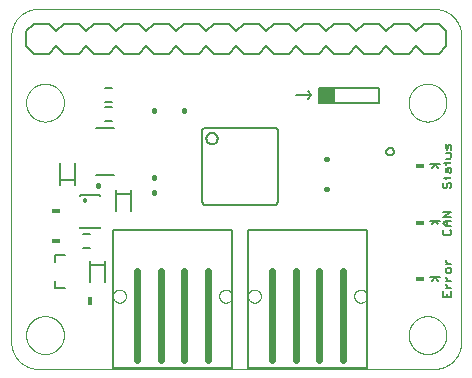
<source format=gto>
G75*
%MOIN*%
%OFA0B0*%
%FSLAX25Y25*%
%IPPOS*%
%LPD*%
%AMOC8*
5,1,8,0,0,1.08239X$1,22.5*
%
%ADD10C,0.00000*%
%ADD11C,0.00500*%
%ADD12C,0.01600*%
%ADD13C,0.00600*%
%ADD14C,0.00800*%
%ADD15R,0.02800X0.01600*%
%ADD16C,0.01200*%
%ADD17R,0.01600X0.02800*%
%ADD18C,0.02400*%
D10*
X0014550Y0005550D02*
X0146550Y0005550D01*
X0146767Y0005553D01*
X0146985Y0005561D01*
X0147202Y0005574D01*
X0147419Y0005592D01*
X0147635Y0005616D01*
X0147850Y0005644D01*
X0148065Y0005678D01*
X0148279Y0005718D01*
X0148492Y0005762D01*
X0148704Y0005812D01*
X0148914Y0005866D01*
X0149124Y0005926D01*
X0149331Y0005990D01*
X0149537Y0006060D01*
X0149741Y0006135D01*
X0149944Y0006214D01*
X0150144Y0006299D01*
X0150343Y0006388D01*
X0150539Y0006482D01*
X0150733Y0006581D01*
X0150924Y0006684D01*
X0151113Y0006792D01*
X0151299Y0006905D01*
X0151482Y0007022D01*
X0151663Y0007143D01*
X0151840Y0007269D01*
X0152014Y0007399D01*
X0152186Y0007533D01*
X0152354Y0007671D01*
X0152518Y0007813D01*
X0152679Y0007960D01*
X0152837Y0008110D01*
X0152990Y0008263D01*
X0153140Y0008421D01*
X0153287Y0008582D01*
X0153429Y0008746D01*
X0153567Y0008914D01*
X0153701Y0009086D01*
X0153831Y0009260D01*
X0153957Y0009437D01*
X0154078Y0009618D01*
X0154195Y0009801D01*
X0154308Y0009987D01*
X0154416Y0010176D01*
X0154519Y0010367D01*
X0154618Y0010561D01*
X0154712Y0010757D01*
X0154801Y0010956D01*
X0154886Y0011156D01*
X0154965Y0011359D01*
X0155040Y0011563D01*
X0155110Y0011769D01*
X0155174Y0011976D01*
X0155234Y0012186D01*
X0155288Y0012396D01*
X0155338Y0012608D01*
X0155382Y0012821D01*
X0155422Y0013035D01*
X0155456Y0013250D01*
X0155484Y0013465D01*
X0155508Y0013681D01*
X0155526Y0013898D01*
X0155539Y0014115D01*
X0155547Y0014333D01*
X0155550Y0014550D01*
X0155550Y0116550D01*
X0155547Y0116767D01*
X0155539Y0116985D01*
X0155526Y0117202D01*
X0155508Y0117419D01*
X0155484Y0117635D01*
X0155456Y0117850D01*
X0155422Y0118065D01*
X0155382Y0118279D01*
X0155338Y0118492D01*
X0155288Y0118704D01*
X0155234Y0118914D01*
X0155174Y0119124D01*
X0155110Y0119331D01*
X0155040Y0119537D01*
X0154965Y0119741D01*
X0154886Y0119944D01*
X0154801Y0120144D01*
X0154712Y0120343D01*
X0154618Y0120539D01*
X0154519Y0120733D01*
X0154416Y0120924D01*
X0154308Y0121113D01*
X0154195Y0121299D01*
X0154078Y0121482D01*
X0153957Y0121663D01*
X0153831Y0121840D01*
X0153701Y0122014D01*
X0153567Y0122186D01*
X0153429Y0122354D01*
X0153287Y0122518D01*
X0153140Y0122679D01*
X0152990Y0122837D01*
X0152837Y0122990D01*
X0152679Y0123140D01*
X0152518Y0123287D01*
X0152354Y0123429D01*
X0152186Y0123567D01*
X0152014Y0123701D01*
X0151840Y0123831D01*
X0151663Y0123957D01*
X0151482Y0124078D01*
X0151299Y0124195D01*
X0151113Y0124308D01*
X0150924Y0124416D01*
X0150733Y0124519D01*
X0150539Y0124618D01*
X0150343Y0124712D01*
X0150144Y0124801D01*
X0149944Y0124886D01*
X0149741Y0124965D01*
X0149537Y0125040D01*
X0149331Y0125110D01*
X0149124Y0125174D01*
X0148914Y0125234D01*
X0148704Y0125288D01*
X0148492Y0125338D01*
X0148279Y0125382D01*
X0148065Y0125422D01*
X0147850Y0125456D01*
X0147635Y0125484D01*
X0147419Y0125508D01*
X0147202Y0125526D01*
X0146985Y0125539D01*
X0146767Y0125547D01*
X0146550Y0125550D01*
X0014550Y0125550D01*
X0014333Y0125547D01*
X0014115Y0125539D01*
X0013898Y0125526D01*
X0013681Y0125508D01*
X0013465Y0125484D01*
X0013250Y0125456D01*
X0013035Y0125422D01*
X0012821Y0125382D01*
X0012608Y0125338D01*
X0012396Y0125288D01*
X0012186Y0125234D01*
X0011976Y0125174D01*
X0011769Y0125110D01*
X0011563Y0125040D01*
X0011359Y0124965D01*
X0011156Y0124886D01*
X0010956Y0124801D01*
X0010757Y0124712D01*
X0010561Y0124618D01*
X0010367Y0124519D01*
X0010176Y0124416D01*
X0009987Y0124308D01*
X0009801Y0124195D01*
X0009618Y0124078D01*
X0009437Y0123957D01*
X0009260Y0123831D01*
X0009086Y0123701D01*
X0008914Y0123567D01*
X0008746Y0123429D01*
X0008582Y0123287D01*
X0008421Y0123140D01*
X0008263Y0122990D01*
X0008110Y0122837D01*
X0007960Y0122679D01*
X0007813Y0122518D01*
X0007671Y0122354D01*
X0007533Y0122186D01*
X0007399Y0122014D01*
X0007269Y0121840D01*
X0007143Y0121663D01*
X0007022Y0121482D01*
X0006905Y0121299D01*
X0006792Y0121113D01*
X0006684Y0120924D01*
X0006581Y0120733D01*
X0006482Y0120539D01*
X0006388Y0120343D01*
X0006299Y0120144D01*
X0006214Y0119944D01*
X0006135Y0119741D01*
X0006060Y0119537D01*
X0005990Y0119331D01*
X0005926Y0119124D01*
X0005866Y0118914D01*
X0005812Y0118704D01*
X0005762Y0118492D01*
X0005718Y0118279D01*
X0005678Y0118065D01*
X0005644Y0117850D01*
X0005616Y0117635D01*
X0005592Y0117419D01*
X0005574Y0117202D01*
X0005561Y0116985D01*
X0005553Y0116767D01*
X0005550Y0116550D01*
X0005550Y0014550D01*
X0005553Y0014333D01*
X0005561Y0014115D01*
X0005574Y0013898D01*
X0005592Y0013681D01*
X0005616Y0013465D01*
X0005644Y0013250D01*
X0005678Y0013035D01*
X0005718Y0012821D01*
X0005762Y0012608D01*
X0005812Y0012396D01*
X0005866Y0012186D01*
X0005926Y0011976D01*
X0005990Y0011769D01*
X0006060Y0011563D01*
X0006135Y0011359D01*
X0006214Y0011156D01*
X0006299Y0010956D01*
X0006388Y0010757D01*
X0006482Y0010561D01*
X0006581Y0010367D01*
X0006684Y0010176D01*
X0006792Y0009987D01*
X0006905Y0009801D01*
X0007022Y0009618D01*
X0007143Y0009437D01*
X0007269Y0009260D01*
X0007399Y0009086D01*
X0007533Y0008914D01*
X0007671Y0008746D01*
X0007813Y0008582D01*
X0007960Y0008421D01*
X0008110Y0008263D01*
X0008263Y0008110D01*
X0008421Y0007960D01*
X0008582Y0007813D01*
X0008746Y0007671D01*
X0008914Y0007533D01*
X0009086Y0007399D01*
X0009260Y0007269D01*
X0009437Y0007143D01*
X0009618Y0007022D01*
X0009801Y0006905D01*
X0009987Y0006792D01*
X0010176Y0006684D01*
X0010367Y0006581D01*
X0010561Y0006482D01*
X0010757Y0006388D01*
X0010956Y0006299D01*
X0011156Y0006214D01*
X0011359Y0006135D01*
X0011563Y0006060D01*
X0011769Y0005990D01*
X0011976Y0005926D01*
X0012186Y0005866D01*
X0012396Y0005812D01*
X0012608Y0005762D01*
X0012821Y0005718D01*
X0013035Y0005678D01*
X0013250Y0005644D01*
X0013465Y0005616D01*
X0013681Y0005592D01*
X0013898Y0005574D01*
X0014115Y0005561D01*
X0014333Y0005553D01*
X0014550Y0005550D01*
X0010501Y0016800D02*
X0010503Y0016958D01*
X0010509Y0017116D01*
X0010519Y0017274D01*
X0010533Y0017432D01*
X0010551Y0017589D01*
X0010572Y0017746D01*
X0010598Y0017902D01*
X0010628Y0018058D01*
X0010661Y0018213D01*
X0010699Y0018366D01*
X0010740Y0018519D01*
X0010785Y0018671D01*
X0010834Y0018822D01*
X0010887Y0018971D01*
X0010943Y0019119D01*
X0011003Y0019265D01*
X0011067Y0019410D01*
X0011135Y0019553D01*
X0011206Y0019695D01*
X0011280Y0019835D01*
X0011358Y0019972D01*
X0011440Y0020108D01*
X0011524Y0020242D01*
X0011613Y0020373D01*
X0011704Y0020502D01*
X0011799Y0020629D01*
X0011896Y0020754D01*
X0011997Y0020876D01*
X0012101Y0020995D01*
X0012208Y0021112D01*
X0012318Y0021226D01*
X0012431Y0021337D01*
X0012546Y0021446D01*
X0012664Y0021551D01*
X0012785Y0021653D01*
X0012908Y0021753D01*
X0013034Y0021849D01*
X0013162Y0021942D01*
X0013292Y0022032D01*
X0013425Y0022118D01*
X0013560Y0022202D01*
X0013696Y0022281D01*
X0013835Y0022358D01*
X0013976Y0022430D01*
X0014118Y0022500D01*
X0014262Y0022565D01*
X0014408Y0022627D01*
X0014555Y0022685D01*
X0014704Y0022740D01*
X0014854Y0022791D01*
X0015005Y0022838D01*
X0015157Y0022881D01*
X0015310Y0022920D01*
X0015465Y0022956D01*
X0015620Y0022987D01*
X0015776Y0023015D01*
X0015932Y0023039D01*
X0016089Y0023059D01*
X0016247Y0023075D01*
X0016404Y0023087D01*
X0016563Y0023095D01*
X0016721Y0023099D01*
X0016879Y0023099D01*
X0017037Y0023095D01*
X0017196Y0023087D01*
X0017353Y0023075D01*
X0017511Y0023059D01*
X0017668Y0023039D01*
X0017824Y0023015D01*
X0017980Y0022987D01*
X0018135Y0022956D01*
X0018290Y0022920D01*
X0018443Y0022881D01*
X0018595Y0022838D01*
X0018746Y0022791D01*
X0018896Y0022740D01*
X0019045Y0022685D01*
X0019192Y0022627D01*
X0019338Y0022565D01*
X0019482Y0022500D01*
X0019624Y0022430D01*
X0019765Y0022358D01*
X0019904Y0022281D01*
X0020040Y0022202D01*
X0020175Y0022118D01*
X0020308Y0022032D01*
X0020438Y0021942D01*
X0020566Y0021849D01*
X0020692Y0021753D01*
X0020815Y0021653D01*
X0020936Y0021551D01*
X0021054Y0021446D01*
X0021169Y0021337D01*
X0021282Y0021226D01*
X0021392Y0021112D01*
X0021499Y0020995D01*
X0021603Y0020876D01*
X0021704Y0020754D01*
X0021801Y0020629D01*
X0021896Y0020502D01*
X0021987Y0020373D01*
X0022076Y0020242D01*
X0022160Y0020108D01*
X0022242Y0019972D01*
X0022320Y0019835D01*
X0022394Y0019695D01*
X0022465Y0019553D01*
X0022533Y0019410D01*
X0022597Y0019265D01*
X0022657Y0019119D01*
X0022713Y0018971D01*
X0022766Y0018822D01*
X0022815Y0018671D01*
X0022860Y0018519D01*
X0022901Y0018366D01*
X0022939Y0018213D01*
X0022972Y0018058D01*
X0023002Y0017902D01*
X0023028Y0017746D01*
X0023049Y0017589D01*
X0023067Y0017432D01*
X0023081Y0017274D01*
X0023091Y0017116D01*
X0023097Y0016958D01*
X0023099Y0016800D01*
X0023097Y0016642D01*
X0023091Y0016484D01*
X0023081Y0016326D01*
X0023067Y0016168D01*
X0023049Y0016011D01*
X0023028Y0015854D01*
X0023002Y0015698D01*
X0022972Y0015542D01*
X0022939Y0015387D01*
X0022901Y0015234D01*
X0022860Y0015081D01*
X0022815Y0014929D01*
X0022766Y0014778D01*
X0022713Y0014629D01*
X0022657Y0014481D01*
X0022597Y0014335D01*
X0022533Y0014190D01*
X0022465Y0014047D01*
X0022394Y0013905D01*
X0022320Y0013765D01*
X0022242Y0013628D01*
X0022160Y0013492D01*
X0022076Y0013358D01*
X0021987Y0013227D01*
X0021896Y0013098D01*
X0021801Y0012971D01*
X0021704Y0012846D01*
X0021603Y0012724D01*
X0021499Y0012605D01*
X0021392Y0012488D01*
X0021282Y0012374D01*
X0021169Y0012263D01*
X0021054Y0012154D01*
X0020936Y0012049D01*
X0020815Y0011947D01*
X0020692Y0011847D01*
X0020566Y0011751D01*
X0020438Y0011658D01*
X0020308Y0011568D01*
X0020175Y0011482D01*
X0020040Y0011398D01*
X0019904Y0011319D01*
X0019765Y0011242D01*
X0019624Y0011170D01*
X0019482Y0011100D01*
X0019338Y0011035D01*
X0019192Y0010973D01*
X0019045Y0010915D01*
X0018896Y0010860D01*
X0018746Y0010809D01*
X0018595Y0010762D01*
X0018443Y0010719D01*
X0018290Y0010680D01*
X0018135Y0010644D01*
X0017980Y0010613D01*
X0017824Y0010585D01*
X0017668Y0010561D01*
X0017511Y0010541D01*
X0017353Y0010525D01*
X0017196Y0010513D01*
X0017037Y0010505D01*
X0016879Y0010501D01*
X0016721Y0010501D01*
X0016563Y0010505D01*
X0016404Y0010513D01*
X0016247Y0010525D01*
X0016089Y0010541D01*
X0015932Y0010561D01*
X0015776Y0010585D01*
X0015620Y0010613D01*
X0015465Y0010644D01*
X0015310Y0010680D01*
X0015157Y0010719D01*
X0015005Y0010762D01*
X0014854Y0010809D01*
X0014704Y0010860D01*
X0014555Y0010915D01*
X0014408Y0010973D01*
X0014262Y0011035D01*
X0014118Y0011100D01*
X0013976Y0011170D01*
X0013835Y0011242D01*
X0013696Y0011319D01*
X0013560Y0011398D01*
X0013425Y0011482D01*
X0013292Y0011568D01*
X0013162Y0011658D01*
X0013034Y0011751D01*
X0012908Y0011847D01*
X0012785Y0011947D01*
X0012664Y0012049D01*
X0012546Y0012154D01*
X0012431Y0012263D01*
X0012318Y0012374D01*
X0012208Y0012488D01*
X0012101Y0012605D01*
X0011997Y0012724D01*
X0011896Y0012846D01*
X0011799Y0012971D01*
X0011704Y0013098D01*
X0011613Y0013227D01*
X0011524Y0013358D01*
X0011440Y0013492D01*
X0011358Y0013628D01*
X0011280Y0013765D01*
X0011206Y0013905D01*
X0011135Y0014047D01*
X0011067Y0014190D01*
X0011003Y0014335D01*
X0010943Y0014481D01*
X0010887Y0014629D01*
X0010834Y0014778D01*
X0010785Y0014929D01*
X0010740Y0015081D01*
X0010699Y0015234D01*
X0010661Y0015387D01*
X0010628Y0015542D01*
X0010598Y0015698D01*
X0010572Y0015854D01*
X0010551Y0016011D01*
X0010533Y0016168D01*
X0010519Y0016326D01*
X0010509Y0016484D01*
X0010503Y0016642D01*
X0010501Y0016800D01*
X0039418Y0029782D02*
X0039420Y0029875D01*
X0039426Y0029967D01*
X0039436Y0030059D01*
X0039450Y0030150D01*
X0039467Y0030241D01*
X0039489Y0030331D01*
X0039514Y0030420D01*
X0039543Y0030508D01*
X0039576Y0030594D01*
X0039613Y0030679D01*
X0039653Y0030763D01*
X0039697Y0030844D01*
X0039744Y0030924D01*
X0039794Y0031002D01*
X0039848Y0031077D01*
X0039905Y0031150D01*
X0039965Y0031220D01*
X0040028Y0031288D01*
X0040094Y0031353D01*
X0040162Y0031415D01*
X0040233Y0031475D01*
X0040307Y0031531D01*
X0040383Y0031584D01*
X0040461Y0031633D01*
X0040541Y0031680D01*
X0040623Y0031722D01*
X0040707Y0031762D01*
X0040792Y0031797D01*
X0040879Y0031829D01*
X0040967Y0031858D01*
X0041056Y0031882D01*
X0041146Y0031903D01*
X0041237Y0031919D01*
X0041329Y0031932D01*
X0041421Y0031941D01*
X0041514Y0031946D01*
X0041606Y0031947D01*
X0041699Y0031944D01*
X0041791Y0031937D01*
X0041883Y0031926D01*
X0041974Y0031911D01*
X0042065Y0031893D01*
X0042155Y0031870D01*
X0042243Y0031844D01*
X0042331Y0031814D01*
X0042417Y0031780D01*
X0042501Y0031743D01*
X0042584Y0031701D01*
X0042665Y0031657D01*
X0042745Y0031609D01*
X0042822Y0031558D01*
X0042896Y0031503D01*
X0042969Y0031445D01*
X0043039Y0031385D01*
X0043106Y0031321D01*
X0043170Y0031255D01*
X0043232Y0031185D01*
X0043290Y0031114D01*
X0043345Y0031040D01*
X0043397Y0030963D01*
X0043446Y0030884D01*
X0043492Y0030804D01*
X0043534Y0030721D01*
X0043572Y0030637D01*
X0043607Y0030551D01*
X0043638Y0030464D01*
X0043665Y0030376D01*
X0043688Y0030286D01*
X0043708Y0030196D01*
X0043724Y0030105D01*
X0043736Y0030013D01*
X0043744Y0029921D01*
X0043748Y0029828D01*
X0043748Y0029736D01*
X0043744Y0029643D01*
X0043736Y0029551D01*
X0043724Y0029459D01*
X0043708Y0029368D01*
X0043688Y0029278D01*
X0043665Y0029188D01*
X0043638Y0029100D01*
X0043607Y0029013D01*
X0043572Y0028927D01*
X0043534Y0028843D01*
X0043492Y0028760D01*
X0043446Y0028680D01*
X0043397Y0028601D01*
X0043345Y0028524D01*
X0043290Y0028450D01*
X0043232Y0028379D01*
X0043170Y0028309D01*
X0043106Y0028243D01*
X0043039Y0028179D01*
X0042969Y0028119D01*
X0042896Y0028061D01*
X0042822Y0028006D01*
X0042745Y0027955D01*
X0042666Y0027907D01*
X0042584Y0027863D01*
X0042501Y0027821D01*
X0042417Y0027784D01*
X0042331Y0027750D01*
X0042243Y0027720D01*
X0042155Y0027694D01*
X0042065Y0027671D01*
X0041974Y0027653D01*
X0041883Y0027638D01*
X0041791Y0027627D01*
X0041699Y0027620D01*
X0041606Y0027617D01*
X0041514Y0027618D01*
X0041421Y0027623D01*
X0041329Y0027632D01*
X0041237Y0027645D01*
X0041146Y0027661D01*
X0041056Y0027682D01*
X0040967Y0027706D01*
X0040879Y0027735D01*
X0040792Y0027767D01*
X0040707Y0027802D01*
X0040623Y0027842D01*
X0040541Y0027884D01*
X0040461Y0027931D01*
X0040383Y0027980D01*
X0040307Y0028033D01*
X0040233Y0028089D01*
X0040162Y0028149D01*
X0040094Y0028211D01*
X0040028Y0028276D01*
X0039965Y0028344D01*
X0039905Y0028414D01*
X0039848Y0028487D01*
X0039794Y0028562D01*
X0039744Y0028640D01*
X0039697Y0028720D01*
X0039653Y0028801D01*
X0039613Y0028885D01*
X0039576Y0028970D01*
X0039543Y0029056D01*
X0039514Y0029144D01*
X0039489Y0029233D01*
X0039467Y0029323D01*
X0039450Y0029414D01*
X0039436Y0029505D01*
X0039426Y0029597D01*
X0039420Y0029689D01*
X0039418Y0029782D01*
X0074852Y0029782D02*
X0074854Y0029875D01*
X0074860Y0029967D01*
X0074870Y0030059D01*
X0074884Y0030150D01*
X0074901Y0030241D01*
X0074923Y0030331D01*
X0074948Y0030420D01*
X0074977Y0030508D01*
X0075010Y0030594D01*
X0075047Y0030679D01*
X0075087Y0030763D01*
X0075131Y0030844D01*
X0075178Y0030924D01*
X0075228Y0031002D01*
X0075282Y0031077D01*
X0075339Y0031150D01*
X0075399Y0031220D01*
X0075462Y0031288D01*
X0075528Y0031353D01*
X0075596Y0031415D01*
X0075667Y0031475D01*
X0075741Y0031531D01*
X0075817Y0031584D01*
X0075895Y0031633D01*
X0075975Y0031680D01*
X0076057Y0031722D01*
X0076141Y0031762D01*
X0076226Y0031797D01*
X0076313Y0031829D01*
X0076401Y0031858D01*
X0076490Y0031882D01*
X0076580Y0031903D01*
X0076671Y0031919D01*
X0076763Y0031932D01*
X0076855Y0031941D01*
X0076948Y0031946D01*
X0077040Y0031947D01*
X0077133Y0031944D01*
X0077225Y0031937D01*
X0077317Y0031926D01*
X0077408Y0031911D01*
X0077499Y0031893D01*
X0077589Y0031870D01*
X0077677Y0031844D01*
X0077765Y0031814D01*
X0077851Y0031780D01*
X0077935Y0031743D01*
X0078018Y0031701D01*
X0078099Y0031657D01*
X0078179Y0031609D01*
X0078256Y0031558D01*
X0078330Y0031503D01*
X0078403Y0031445D01*
X0078473Y0031385D01*
X0078540Y0031321D01*
X0078604Y0031255D01*
X0078666Y0031185D01*
X0078724Y0031114D01*
X0078779Y0031040D01*
X0078831Y0030963D01*
X0078880Y0030884D01*
X0078926Y0030804D01*
X0078968Y0030721D01*
X0079006Y0030637D01*
X0079041Y0030551D01*
X0079072Y0030464D01*
X0079099Y0030376D01*
X0079122Y0030286D01*
X0079142Y0030196D01*
X0079158Y0030105D01*
X0079170Y0030013D01*
X0079178Y0029921D01*
X0079182Y0029828D01*
X0079182Y0029736D01*
X0079178Y0029643D01*
X0079170Y0029551D01*
X0079158Y0029459D01*
X0079142Y0029368D01*
X0079122Y0029278D01*
X0079099Y0029188D01*
X0079072Y0029100D01*
X0079041Y0029013D01*
X0079006Y0028927D01*
X0078968Y0028843D01*
X0078926Y0028760D01*
X0078880Y0028680D01*
X0078831Y0028601D01*
X0078779Y0028524D01*
X0078724Y0028450D01*
X0078666Y0028379D01*
X0078604Y0028309D01*
X0078540Y0028243D01*
X0078473Y0028179D01*
X0078403Y0028119D01*
X0078330Y0028061D01*
X0078256Y0028006D01*
X0078179Y0027955D01*
X0078100Y0027907D01*
X0078018Y0027863D01*
X0077935Y0027821D01*
X0077851Y0027784D01*
X0077765Y0027750D01*
X0077677Y0027720D01*
X0077589Y0027694D01*
X0077499Y0027671D01*
X0077408Y0027653D01*
X0077317Y0027638D01*
X0077225Y0027627D01*
X0077133Y0027620D01*
X0077040Y0027617D01*
X0076948Y0027618D01*
X0076855Y0027623D01*
X0076763Y0027632D01*
X0076671Y0027645D01*
X0076580Y0027661D01*
X0076490Y0027682D01*
X0076401Y0027706D01*
X0076313Y0027735D01*
X0076226Y0027767D01*
X0076141Y0027802D01*
X0076057Y0027842D01*
X0075975Y0027884D01*
X0075895Y0027931D01*
X0075817Y0027980D01*
X0075741Y0028033D01*
X0075667Y0028089D01*
X0075596Y0028149D01*
X0075528Y0028211D01*
X0075462Y0028276D01*
X0075399Y0028344D01*
X0075339Y0028414D01*
X0075282Y0028487D01*
X0075228Y0028562D01*
X0075178Y0028640D01*
X0075131Y0028720D01*
X0075087Y0028801D01*
X0075047Y0028885D01*
X0075010Y0028970D01*
X0074977Y0029056D01*
X0074948Y0029144D01*
X0074923Y0029233D01*
X0074901Y0029323D01*
X0074884Y0029414D01*
X0074870Y0029505D01*
X0074860Y0029597D01*
X0074854Y0029689D01*
X0074852Y0029782D01*
X0084418Y0029782D02*
X0084420Y0029875D01*
X0084426Y0029967D01*
X0084436Y0030059D01*
X0084450Y0030150D01*
X0084467Y0030241D01*
X0084489Y0030331D01*
X0084514Y0030420D01*
X0084543Y0030508D01*
X0084576Y0030594D01*
X0084613Y0030679D01*
X0084653Y0030763D01*
X0084697Y0030844D01*
X0084744Y0030924D01*
X0084794Y0031002D01*
X0084848Y0031077D01*
X0084905Y0031150D01*
X0084965Y0031220D01*
X0085028Y0031288D01*
X0085094Y0031353D01*
X0085162Y0031415D01*
X0085233Y0031475D01*
X0085307Y0031531D01*
X0085383Y0031584D01*
X0085461Y0031633D01*
X0085541Y0031680D01*
X0085623Y0031722D01*
X0085707Y0031762D01*
X0085792Y0031797D01*
X0085879Y0031829D01*
X0085967Y0031858D01*
X0086056Y0031882D01*
X0086146Y0031903D01*
X0086237Y0031919D01*
X0086329Y0031932D01*
X0086421Y0031941D01*
X0086514Y0031946D01*
X0086606Y0031947D01*
X0086699Y0031944D01*
X0086791Y0031937D01*
X0086883Y0031926D01*
X0086974Y0031911D01*
X0087065Y0031893D01*
X0087155Y0031870D01*
X0087243Y0031844D01*
X0087331Y0031814D01*
X0087417Y0031780D01*
X0087501Y0031743D01*
X0087584Y0031701D01*
X0087665Y0031657D01*
X0087745Y0031609D01*
X0087822Y0031558D01*
X0087896Y0031503D01*
X0087969Y0031445D01*
X0088039Y0031385D01*
X0088106Y0031321D01*
X0088170Y0031255D01*
X0088232Y0031185D01*
X0088290Y0031114D01*
X0088345Y0031040D01*
X0088397Y0030963D01*
X0088446Y0030884D01*
X0088492Y0030804D01*
X0088534Y0030721D01*
X0088572Y0030637D01*
X0088607Y0030551D01*
X0088638Y0030464D01*
X0088665Y0030376D01*
X0088688Y0030286D01*
X0088708Y0030196D01*
X0088724Y0030105D01*
X0088736Y0030013D01*
X0088744Y0029921D01*
X0088748Y0029828D01*
X0088748Y0029736D01*
X0088744Y0029643D01*
X0088736Y0029551D01*
X0088724Y0029459D01*
X0088708Y0029368D01*
X0088688Y0029278D01*
X0088665Y0029188D01*
X0088638Y0029100D01*
X0088607Y0029013D01*
X0088572Y0028927D01*
X0088534Y0028843D01*
X0088492Y0028760D01*
X0088446Y0028680D01*
X0088397Y0028601D01*
X0088345Y0028524D01*
X0088290Y0028450D01*
X0088232Y0028379D01*
X0088170Y0028309D01*
X0088106Y0028243D01*
X0088039Y0028179D01*
X0087969Y0028119D01*
X0087896Y0028061D01*
X0087822Y0028006D01*
X0087745Y0027955D01*
X0087666Y0027907D01*
X0087584Y0027863D01*
X0087501Y0027821D01*
X0087417Y0027784D01*
X0087331Y0027750D01*
X0087243Y0027720D01*
X0087155Y0027694D01*
X0087065Y0027671D01*
X0086974Y0027653D01*
X0086883Y0027638D01*
X0086791Y0027627D01*
X0086699Y0027620D01*
X0086606Y0027617D01*
X0086514Y0027618D01*
X0086421Y0027623D01*
X0086329Y0027632D01*
X0086237Y0027645D01*
X0086146Y0027661D01*
X0086056Y0027682D01*
X0085967Y0027706D01*
X0085879Y0027735D01*
X0085792Y0027767D01*
X0085707Y0027802D01*
X0085623Y0027842D01*
X0085541Y0027884D01*
X0085461Y0027931D01*
X0085383Y0027980D01*
X0085307Y0028033D01*
X0085233Y0028089D01*
X0085162Y0028149D01*
X0085094Y0028211D01*
X0085028Y0028276D01*
X0084965Y0028344D01*
X0084905Y0028414D01*
X0084848Y0028487D01*
X0084794Y0028562D01*
X0084744Y0028640D01*
X0084697Y0028720D01*
X0084653Y0028801D01*
X0084613Y0028885D01*
X0084576Y0028970D01*
X0084543Y0029056D01*
X0084514Y0029144D01*
X0084489Y0029233D01*
X0084467Y0029323D01*
X0084450Y0029414D01*
X0084436Y0029505D01*
X0084426Y0029597D01*
X0084420Y0029689D01*
X0084418Y0029782D01*
X0119852Y0029782D02*
X0119854Y0029875D01*
X0119860Y0029967D01*
X0119870Y0030059D01*
X0119884Y0030150D01*
X0119901Y0030241D01*
X0119923Y0030331D01*
X0119948Y0030420D01*
X0119977Y0030508D01*
X0120010Y0030594D01*
X0120047Y0030679D01*
X0120087Y0030763D01*
X0120131Y0030844D01*
X0120178Y0030924D01*
X0120228Y0031002D01*
X0120282Y0031077D01*
X0120339Y0031150D01*
X0120399Y0031220D01*
X0120462Y0031288D01*
X0120528Y0031353D01*
X0120596Y0031415D01*
X0120667Y0031475D01*
X0120741Y0031531D01*
X0120817Y0031584D01*
X0120895Y0031633D01*
X0120975Y0031680D01*
X0121057Y0031722D01*
X0121141Y0031762D01*
X0121226Y0031797D01*
X0121313Y0031829D01*
X0121401Y0031858D01*
X0121490Y0031882D01*
X0121580Y0031903D01*
X0121671Y0031919D01*
X0121763Y0031932D01*
X0121855Y0031941D01*
X0121948Y0031946D01*
X0122040Y0031947D01*
X0122133Y0031944D01*
X0122225Y0031937D01*
X0122317Y0031926D01*
X0122408Y0031911D01*
X0122499Y0031893D01*
X0122589Y0031870D01*
X0122677Y0031844D01*
X0122765Y0031814D01*
X0122851Y0031780D01*
X0122935Y0031743D01*
X0123018Y0031701D01*
X0123099Y0031657D01*
X0123179Y0031609D01*
X0123256Y0031558D01*
X0123330Y0031503D01*
X0123403Y0031445D01*
X0123473Y0031385D01*
X0123540Y0031321D01*
X0123604Y0031255D01*
X0123666Y0031185D01*
X0123724Y0031114D01*
X0123779Y0031040D01*
X0123831Y0030963D01*
X0123880Y0030884D01*
X0123926Y0030804D01*
X0123968Y0030721D01*
X0124006Y0030637D01*
X0124041Y0030551D01*
X0124072Y0030464D01*
X0124099Y0030376D01*
X0124122Y0030286D01*
X0124142Y0030196D01*
X0124158Y0030105D01*
X0124170Y0030013D01*
X0124178Y0029921D01*
X0124182Y0029828D01*
X0124182Y0029736D01*
X0124178Y0029643D01*
X0124170Y0029551D01*
X0124158Y0029459D01*
X0124142Y0029368D01*
X0124122Y0029278D01*
X0124099Y0029188D01*
X0124072Y0029100D01*
X0124041Y0029013D01*
X0124006Y0028927D01*
X0123968Y0028843D01*
X0123926Y0028760D01*
X0123880Y0028680D01*
X0123831Y0028601D01*
X0123779Y0028524D01*
X0123724Y0028450D01*
X0123666Y0028379D01*
X0123604Y0028309D01*
X0123540Y0028243D01*
X0123473Y0028179D01*
X0123403Y0028119D01*
X0123330Y0028061D01*
X0123256Y0028006D01*
X0123179Y0027955D01*
X0123100Y0027907D01*
X0123018Y0027863D01*
X0122935Y0027821D01*
X0122851Y0027784D01*
X0122765Y0027750D01*
X0122677Y0027720D01*
X0122589Y0027694D01*
X0122499Y0027671D01*
X0122408Y0027653D01*
X0122317Y0027638D01*
X0122225Y0027627D01*
X0122133Y0027620D01*
X0122040Y0027617D01*
X0121948Y0027618D01*
X0121855Y0027623D01*
X0121763Y0027632D01*
X0121671Y0027645D01*
X0121580Y0027661D01*
X0121490Y0027682D01*
X0121401Y0027706D01*
X0121313Y0027735D01*
X0121226Y0027767D01*
X0121141Y0027802D01*
X0121057Y0027842D01*
X0120975Y0027884D01*
X0120895Y0027931D01*
X0120817Y0027980D01*
X0120741Y0028033D01*
X0120667Y0028089D01*
X0120596Y0028149D01*
X0120528Y0028211D01*
X0120462Y0028276D01*
X0120399Y0028344D01*
X0120339Y0028414D01*
X0120282Y0028487D01*
X0120228Y0028562D01*
X0120178Y0028640D01*
X0120131Y0028720D01*
X0120087Y0028801D01*
X0120047Y0028885D01*
X0120010Y0028970D01*
X0119977Y0029056D01*
X0119948Y0029144D01*
X0119923Y0029233D01*
X0119901Y0029323D01*
X0119884Y0029414D01*
X0119870Y0029505D01*
X0119860Y0029597D01*
X0119854Y0029689D01*
X0119852Y0029782D01*
X0138001Y0016800D02*
X0138003Y0016958D01*
X0138009Y0017116D01*
X0138019Y0017274D01*
X0138033Y0017432D01*
X0138051Y0017589D01*
X0138072Y0017746D01*
X0138098Y0017902D01*
X0138128Y0018058D01*
X0138161Y0018213D01*
X0138199Y0018366D01*
X0138240Y0018519D01*
X0138285Y0018671D01*
X0138334Y0018822D01*
X0138387Y0018971D01*
X0138443Y0019119D01*
X0138503Y0019265D01*
X0138567Y0019410D01*
X0138635Y0019553D01*
X0138706Y0019695D01*
X0138780Y0019835D01*
X0138858Y0019972D01*
X0138940Y0020108D01*
X0139024Y0020242D01*
X0139113Y0020373D01*
X0139204Y0020502D01*
X0139299Y0020629D01*
X0139396Y0020754D01*
X0139497Y0020876D01*
X0139601Y0020995D01*
X0139708Y0021112D01*
X0139818Y0021226D01*
X0139931Y0021337D01*
X0140046Y0021446D01*
X0140164Y0021551D01*
X0140285Y0021653D01*
X0140408Y0021753D01*
X0140534Y0021849D01*
X0140662Y0021942D01*
X0140792Y0022032D01*
X0140925Y0022118D01*
X0141060Y0022202D01*
X0141196Y0022281D01*
X0141335Y0022358D01*
X0141476Y0022430D01*
X0141618Y0022500D01*
X0141762Y0022565D01*
X0141908Y0022627D01*
X0142055Y0022685D01*
X0142204Y0022740D01*
X0142354Y0022791D01*
X0142505Y0022838D01*
X0142657Y0022881D01*
X0142810Y0022920D01*
X0142965Y0022956D01*
X0143120Y0022987D01*
X0143276Y0023015D01*
X0143432Y0023039D01*
X0143589Y0023059D01*
X0143747Y0023075D01*
X0143904Y0023087D01*
X0144063Y0023095D01*
X0144221Y0023099D01*
X0144379Y0023099D01*
X0144537Y0023095D01*
X0144696Y0023087D01*
X0144853Y0023075D01*
X0145011Y0023059D01*
X0145168Y0023039D01*
X0145324Y0023015D01*
X0145480Y0022987D01*
X0145635Y0022956D01*
X0145790Y0022920D01*
X0145943Y0022881D01*
X0146095Y0022838D01*
X0146246Y0022791D01*
X0146396Y0022740D01*
X0146545Y0022685D01*
X0146692Y0022627D01*
X0146838Y0022565D01*
X0146982Y0022500D01*
X0147124Y0022430D01*
X0147265Y0022358D01*
X0147404Y0022281D01*
X0147540Y0022202D01*
X0147675Y0022118D01*
X0147808Y0022032D01*
X0147938Y0021942D01*
X0148066Y0021849D01*
X0148192Y0021753D01*
X0148315Y0021653D01*
X0148436Y0021551D01*
X0148554Y0021446D01*
X0148669Y0021337D01*
X0148782Y0021226D01*
X0148892Y0021112D01*
X0148999Y0020995D01*
X0149103Y0020876D01*
X0149204Y0020754D01*
X0149301Y0020629D01*
X0149396Y0020502D01*
X0149487Y0020373D01*
X0149576Y0020242D01*
X0149660Y0020108D01*
X0149742Y0019972D01*
X0149820Y0019835D01*
X0149894Y0019695D01*
X0149965Y0019553D01*
X0150033Y0019410D01*
X0150097Y0019265D01*
X0150157Y0019119D01*
X0150213Y0018971D01*
X0150266Y0018822D01*
X0150315Y0018671D01*
X0150360Y0018519D01*
X0150401Y0018366D01*
X0150439Y0018213D01*
X0150472Y0018058D01*
X0150502Y0017902D01*
X0150528Y0017746D01*
X0150549Y0017589D01*
X0150567Y0017432D01*
X0150581Y0017274D01*
X0150591Y0017116D01*
X0150597Y0016958D01*
X0150599Y0016800D01*
X0150597Y0016642D01*
X0150591Y0016484D01*
X0150581Y0016326D01*
X0150567Y0016168D01*
X0150549Y0016011D01*
X0150528Y0015854D01*
X0150502Y0015698D01*
X0150472Y0015542D01*
X0150439Y0015387D01*
X0150401Y0015234D01*
X0150360Y0015081D01*
X0150315Y0014929D01*
X0150266Y0014778D01*
X0150213Y0014629D01*
X0150157Y0014481D01*
X0150097Y0014335D01*
X0150033Y0014190D01*
X0149965Y0014047D01*
X0149894Y0013905D01*
X0149820Y0013765D01*
X0149742Y0013628D01*
X0149660Y0013492D01*
X0149576Y0013358D01*
X0149487Y0013227D01*
X0149396Y0013098D01*
X0149301Y0012971D01*
X0149204Y0012846D01*
X0149103Y0012724D01*
X0148999Y0012605D01*
X0148892Y0012488D01*
X0148782Y0012374D01*
X0148669Y0012263D01*
X0148554Y0012154D01*
X0148436Y0012049D01*
X0148315Y0011947D01*
X0148192Y0011847D01*
X0148066Y0011751D01*
X0147938Y0011658D01*
X0147808Y0011568D01*
X0147675Y0011482D01*
X0147540Y0011398D01*
X0147404Y0011319D01*
X0147265Y0011242D01*
X0147124Y0011170D01*
X0146982Y0011100D01*
X0146838Y0011035D01*
X0146692Y0010973D01*
X0146545Y0010915D01*
X0146396Y0010860D01*
X0146246Y0010809D01*
X0146095Y0010762D01*
X0145943Y0010719D01*
X0145790Y0010680D01*
X0145635Y0010644D01*
X0145480Y0010613D01*
X0145324Y0010585D01*
X0145168Y0010561D01*
X0145011Y0010541D01*
X0144853Y0010525D01*
X0144696Y0010513D01*
X0144537Y0010505D01*
X0144379Y0010501D01*
X0144221Y0010501D01*
X0144063Y0010505D01*
X0143904Y0010513D01*
X0143747Y0010525D01*
X0143589Y0010541D01*
X0143432Y0010561D01*
X0143276Y0010585D01*
X0143120Y0010613D01*
X0142965Y0010644D01*
X0142810Y0010680D01*
X0142657Y0010719D01*
X0142505Y0010762D01*
X0142354Y0010809D01*
X0142204Y0010860D01*
X0142055Y0010915D01*
X0141908Y0010973D01*
X0141762Y0011035D01*
X0141618Y0011100D01*
X0141476Y0011170D01*
X0141335Y0011242D01*
X0141196Y0011319D01*
X0141060Y0011398D01*
X0140925Y0011482D01*
X0140792Y0011568D01*
X0140662Y0011658D01*
X0140534Y0011751D01*
X0140408Y0011847D01*
X0140285Y0011947D01*
X0140164Y0012049D01*
X0140046Y0012154D01*
X0139931Y0012263D01*
X0139818Y0012374D01*
X0139708Y0012488D01*
X0139601Y0012605D01*
X0139497Y0012724D01*
X0139396Y0012846D01*
X0139299Y0012971D01*
X0139204Y0013098D01*
X0139113Y0013227D01*
X0139024Y0013358D01*
X0138940Y0013492D01*
X0138858Y0013628D01*
X0138780Y0013765D01*
X0138706Y0013905D01*
X0138635Y0014047D01*
X0138567Y0014190D01*
X0138503Y0014335D01*
X0138443Y0014481D01*
X0138387Y0014629D01*
X0138334Y0014778D01*
X0138285Y0014929D01*
X0138240Y0015081D01*
X0138199Y0015234D01*
X0138161Y0015387D01*
X0138128Y0015542D01*
X0138098Y0015698D01*
X0138072Y0015854D01*
X0138051Y0016011D01*
X0138033Y0016168D01*
X0138019Y0016326D01*
X0138009Y0016484D01*
X0138003Y0016642D01*
X0138001Y0016800D01*
X0138001Y0094300D02*
X0138003Y0094458D01*
X0138009Y0094616D01*
X0138019Y0094774D01*
X0138033Y0094932D01*
X0138051Y0095089D01*
X0138072Y0095246D01*
X0138098Y0095402D01*
X0138128Y0095558D01*
X0138161Y0095713D01*
X0138199Y0095866D01*
X0138240Y0096019D01*
X0138285Y0096171D01*
X0138334Y0096322D01*
X0138387Y0096471D01*
X0138443Y0096619D01*
X0138503Y0096765D01*
X0138567Y0096910D01*
X0138635Y0097053D01*
X0138706Y0097195D01*
X0138780Y0097335D01*
X0138858Y0097472D01*
X0138940Y0097608D01*
X0139024Y0097742D01*
X0139113Y0097873D01*
X0139204Y0098002D01*
X0139299Y0098129D01*
X0139396Y0098254D01*
X0139497Y0098376D01*
X0139601Y0098495D01*
X0139708Y0098612D01*
X0139818Y0098726D01*
X0139931Y0098837D01*
X0140046Y0098946D01*
X0140164Y0099051D01*
X0140285Y0099153D01*
X0140408Y0099253D01*
X0140534Y0099349D01*
X0140662Y0099442D01*
X0140792Y0099532D01*
X0140925Y0099618D01*
X0141060Y0099702D01*
X0141196Y0099781D01*
X0141335Y0099858D01*
X0141476Y0099930D01*
X0141618Y0100000D01*
X0141762Y0100065D01*
X0141908Y0100127D01*
X0142055Y0100185D01*
X0142204Y0100240D01*
X0142354Y0100291D01*
X0142505Y0100338D01*
X0142657Y0100381D01*
X0142810Y0100420D01*
X0142965Y0100456D01*
X0143120Y0100487D01*
X0143276Y0100515D01*
X0143432Y0100539D01*
X0143589Y0100559D01*
X0143747Y0100575D01*
X0143904Y0100587D01*
X0144063Y0100595D01*
X0144221Y0100599D01*
X0144379Y0100599D01*
X0144537Y0100595D01*
X0144696Y0100587D01*
X0144853Y0100575D01*
X0145011Y0100559D01*
X0145168Y0100539D01*
X0145324Y0100515D01*
X0145480Y0100487D01*
X0145635Y0100456D01*
X0145790Y0100420D01*
X0145943Y0100381D01*
X0146095Y0100338D01*
X0146246Y0100291D01*
X0146396Y0100240D01*
X0146545Y0100185D01*
X0146692Y0100127D01*
X0146838Y0100065D01*
X0146982Y0100000D01*
X0147124Y0099930D01*
X0147265Y0099858D01*
X0147404Y0099781D01*
X0147540Y0099702D01*
X0147675Y0099618D01*
X0147808Y0099532D01*
X0147938Y0099442D01*
X0148066Y0099349D01*
X0148192Y0099253D01*
X0148315Y0099153D01*
X0148436Y0099051D01*
X0148554Y0098946D01*
X0148669Y0098837D01*
X0148782Y0098726D01*
X0148892Y0098612D01*
X0148999Y0098495D01*
X0149103Y0098376D01*
X0149204Y0098254D01*
X0149301Y0098129D01*
X0149396Y0098002D01*
X0149487Y0097873D01*
X0149576Y0097742D01*
X0149660Y0097608D01*
X0149742Y0097472D01*
X0149820Y0097335D01*
X0149894Y0097195D01*
X0149965Y0097053D01*
X0150033Y0096910D01*
X0150097Y0096765D01*
X0150157Y0096619D01*
X0150213Y0096471D01*
X0150266Y0096322D01*
X0150315Y0096171D01*
X0150360Y0096019D01*
X0150401Y0095866D01*
X0150439Y0095713D01*
X0150472Y0095558D01*
X0150502Y0095402D01*
X0150528Y0095246D01*
X0150549Y0095089D01*
X0150567Y0094932D01*
X0150581Y0094774D01*
X0150591Y0094616D01*
X0150597Y0094458D01*
X0150599Y0094300D01*
X0150597Y0094142D01*
X0150591Y0093984D01*
X0150581Y0093826D01*
X0150567Y0093668D01*
X0150549Y0093511D01*
X0150528Y0093354D01*
X0150502Y0093198D01*
X0150472Y0093042D01*
X0150439Y0092887D01*
X0150401Y0092734D01*
X0150360Y0092581D01*
X0150315Y0092429D01*
X0150266Y0092278D01*
X0150213Y0092129D01*
X0150157Y0091981D01*
X0150097Y0091835D01*
X0150033Y0091690D01*
X0149965Y0091547D01*
X0149894Y0091405D01*
X0149820Y0091265D01*
X0149742Y0091128D01*
X0149660Y0090992D01*
X0149576Y0090858D01*
X0149487Y0090727D01*
X0149396Y0090598D01*
X0149301Y0090471D01*
X0149204Y0090346D01*
X0149103Y0090224D01*
X0148999Y0090105D01*
X0148892Y0089988D01*
X0148782Y0089874D01*
X0148669Y0089763D01*
X0148554Y0089654D01*
X0148436Y0089549D01*
X0148315Y0089447D01*
X0148192Y0089347D01*
X0148066Y0089251D01*
X0147938Y0089158D01*
X0147808Y0089068D01*
X0147675Y0088982D01*
X0147540Y0088898D01*
X0147404Y0088819D01*
X0147265Y0088742D01*
X0147124Y0088670D01*
X0146982Y0088600D01*
X0146838Y0088535D01*
X0146692Y0088473D01*
X0146545Y0088415D01*
X0146396Y0088360D01*
X0146246Y0088309D01*
X0146095Y0088262D01*
X0145943Y0088219D01*
X0145790Y0088180D01*
X0145635Y0088144D01*
X0145480Y0088113D01*
X0145324Y0088085D01*
X0145168Y0088061D01*
X0145011Y0088041D01*
X0144853Y0088025D01*
X0144696Y0088013D01*
X0144537Y0088005D01*
X0144379Y0088001D01*
X0144221Y0088001D01*
X0144063Y0088005D01*
X0143904Y0088013D01*
X0143747Y0088025D01*
X0143589Y0088041D01*
X0143432Y0088061D01*
X0143276Y0088085D01*
X0143120Y0088113D01*
X0142965Y0088144D01*
X0142810Y0088180D01*
X0142657Y0088219D01*
X0142505Y0088262D01*
X0142354Y0088309D01*
X0142204Y0088360D01*
X0142055Y0088415D01*
X0141908Y0088473D01*
X0141762Y0088535D01*
X0141618Y0088600D01*
X0141476Y0088670D01*
X0141335Y0088742D01*
X0141196Y0088819D01*
X0141060Y0088898D01*
X0140925Y0088982D01*
X0140792Y0089068D01*
X0140662Y0089158D01*
X0140534Y0089251D01*
X0140408Y0089347D01*
X0140285Y0089447D01*
X0140164Y0089549D01*
X0140046Y0089654D01*
X0139931Y0089763D01*
X0139818Y0089874D01*
X0139708Y0089988D01*
X0139601Y0090105D01*
X0139497Y0090224D01*
X0139396Y0090346D01*
X0139299Y0090471D01*
X0139204Y0090598D01*
X0139113Y0090727D01*
X0139024Y0090858D01*
X0138940Y0090992D01*
X0138858Y0091128D01*
X0138780Y0091265D01*
X0138706Y0091405D01*
X0138635Y0091547D01*
X0138567Y0091690D01*
X0138503Y0091835D01*
X0138443Y0091981D01*
X0138387Y0092129D01*
X0138334Y0092278D01*
X0138285Y0092429D01*
X0138240Y0092581D01*
X0138199Y0092734D01*
X0138161Y0092887D01*
X0138128Y0093042D01*
X0138098Y0093198D01*
X0138072Y0093354D01*
X0138051Y0093511D01*
X0138033Y0093668D01*
X0138019Y0093826D01*
X0138009Y0093984D01*
X0138003Y0094142D01*
X0138001Y0094300D01*
X0010501Y0094300D02*
X0010503Y0094458D01*
X0010509Y0094616D01*
X0010519Y0094774D01*
X0010533Y0094932D01*
X0010551Y0095089D01*
X0010572Y0095246D01*
X0010598Y0095402D01*
X0010628Y0095558D01*
X0010661Y0095713D01*
X0010699Y0095866D01*
X0010740Y0096019D01*
X0010785Y0096171D01*
X0010834Y0096322D01*
X0010887Y0096471D01*
X0010943Y0096619D01*
X0011003Y0096765D01*
X0011067Y0096910D01*
X0011135Y0097053D01*
X0011206Y0097195D01*
X0011280Y0097335D01*
X0011358Y0097472D01*
X0011440Y0097608D01*
X0011524Y0097742D01*
X0011613Y0097873D01*
X0011704Y0098002D01*
X0011799Y0098129D01*
X0011896Y0098254D01*
X0011997Y0098376D01*
X0012101Y0098495D01*
X0012208Y0098612D01*
X0012318Y0098726D01*
X0012431Y0098837D01*
X0012546Y0098946D01*
X0012664Y0099051D01*
X0012785Y0099153D01*
X0012908Y0099253D01*
X0013034Y0099349D01*
X0013162Y0099442D01*
X0013292Y0099532D01*
X0013425Y0099618D01*
X0013560Y0099702D01*
X0013696Y0099781D01*
X0013835Y0099858D01*
X0013976Y0099930D01*
X0014118Y0100000D01*
X0014262Y0100065D01*
X0014408Y0100127D01*
X0014555Y0100185D01*
X0014704Y0100240D01*
X0014854Y0100291D01*
X0015005Y0100338D01*
X0015157Y0100381D01*
X0015310Y0100420D01*
X0015465Y0100456D01*
X0015620Y0100487D01*
X0015776Y0100515D01*
X0015932Y0100539D01*
X0016089Y0100559D01*
X0016247Y0100575D01*
X0016404Y0100587D01*
X0016563Y0100595D01*
X0016721Y0100599D01*
X0016879Y0100599D01*
X0017037Y0100595D01*
X0017196Y0100587D01*
X0017353Y0100575D01*
X0017511Y0100559D01*
X0017668Y0100539D01*
X0017824Y0100515D01*
X0017980Y0100487D01*
X0018135Y0100456D01*
X0018290Y0100420D01*
X0018443Y0100381D01*
X0018595Y0100338D01*
X0018746Y0100291D01*
X0018896Y0100240D01*
X0019045Y0100185D01*
X0019192Y0100127D01*
X0019338Y0100065D01*
X0019482Y0100000D01*
X0019624Y0099930D01*
X0019765Y0099858D01*
X0019904Y0099781D01*
X0020040Y0099702D01*
X0020175Y0099618D01*
X0020308Y0099532D01*
X0020438Y0099442D01*
X0020566Y0099349D01*
X0020692Y0099253D01*
X0020815Y0099153D01*
X0020936Y0099051D01*
X0021054Y0098946D01*
X0021169Y0098837D01*
X0021282Y0098726D01*
X0021392Y0098612D01*
X0021499Y0098495D01*
X0021603Y0098376D01*
X0021704Y0098254D01*
X0021801Y0098129D01*
X0021896Y0098002D01*
X0021987Y0097873D01*
X0022076Y0097742D01*
X0022160Y0097608D01*
X0022242Y0097472D01*
X0022320Y0097335D01*
X0022394Y0097195D01*
X0022465Y0097053D01*
X0022533Y0096910D01*
X0022597Y0096765D01*
X0022657Y0096619D01*
X0022713Y0096471D01*
X0022766Y0096322D01*
X0022815Y0096171D01*
X0022860Y0096019D01*
X0022901Y0095866D01*
X0022939Y0095713D01*
X0022972Y0095558D01*
X0023002Y0095402D01*
X0023028Y0095246D01*
X0023049Y0095089D01*
X0023067Y0094932D01*
X0023081Y0094774D01*
X0023091Y0094616D01*
X0023097Y0094458D01*
X0023099Y0094300D01*
X0023097Y0094142D01*
X0023091Y0093984D01*
X0023081Y0093826D01*
X0023067Y0093668D01*
X0023049Y0093511D01*
X0023028Y0093354D01*
X0023002Y0093198D01*
X0022972Y0093042D01*
X0022939Y0092887D01*
X0022901Y0092734D01*
X0022860Y0092581D01*
X0022815Y0092429D01*
X0022766Y0092278D01*
X0022713Y0092129D01*
X0022657Y0091981D01*
X0022597Y0091835D01*
X0022533Y0091690D01*
X0022465Y0091547D01*
X0022394Y0091405D01*
X0022320Y0091265D01*
X0022242Y0091128D01*
X0022160Y0090992D01*
X0022076Y0090858D01*
X0021987Y0090727D01*
X0021896Y0090598D01*
X0021801Y0090471D01*
X0021704Y0090346D01*
X0021603Y0090224D01*
X0021499Y0090105D01*
X0021392Y0089988D01*
X0021282Y0089874D01*
X0021169Y0089763D01*
X0021054Y0089654D01*
X0020936Y0089549D01*
X0020815Y0089447D01*
X0020692Y0089347D01*
X0020566Y0089251D01*
X0020438Y0089158D01*
X0020308Y0089068D01*
X0020175Y0088982D01*
X0020040Y0088898D01*
X0019904Y0088819D01*
X0019765Y0088742D01*
X0019624Y0088670D01*
X0019482Y0088600D01*
X0019338Y0088535D01*
X0019192Y0088473D01*
X0019045Y0088415D01*
X0018896Y0088360D01*
X0018746Y0088309D01*
X0018595Y0088262D01*
X0018443Y0088219D01*
X0018290Y0088180D01*
X0018135Y0088144D01*
X0017980Y0088113D01*
X0017824Y0088085D01*
X0017668Y0088061D01*
X0017511Y0088041D01*
X0017353Y0088025D01*
X0017196Y0088013D01*
X0017037Y0088005D01*
X0016879Y0088001D01*
X0016721Y0088001D01*
X0016563Y0088005D01*
X0016404Y0088013D01*
X0016247Y0088025D01*
X0016089Y0088041D01*
X0015932Y0088061D01*
X0015776Y0088085D01*
X0015620Y0088113D01*
X0015465Y0088144D01*
X0015310Y0088180D01*
X0015157Y0088219D01*
X0015005Y0088262D01*
X0014854Y0088309D01*
X0014704Y0088360D01*
X0014555Y0088415D01*
X0014408Y0088473D01*
X0014262Y0088535D01*
X0014118Y0088600D01*
X0013976Y0088670D01*
X0013835Y0088742D01*
X0013696Y0088819D01*
X0013560Y0088898D01*
X0013425Y0088982D01*
X0013292Y0089068D01*
X0013162Y0089158D01*
X0013034Y0089251D01*
X0012908Y0089347D01*
X0012785Y0089447D01*
X0012664Y0089549D01*
X0012546Y0089654D01*
X0012431Y0089763D01*
X0012318Y0089874D01*
X0012208Y0089988D01*
X0012101Y0090105D01*
X0011997Y0090224D01*
X0011896Y0090346D01*
X0011799Y0090471D01*
X0011704Y0090598D01*
X0011613Y0090727D01*
X0011524Y0090858D01*
X0011440Y0090992D01*
X0011358Y0091128D01*
X0011280Y0091265D01*
X0011206Y0091405D01*
X0011135Y0091547D01*
X0011067Y0091690D01*
X0011003Y0091835D01*
X0010943Y0091981D01*
X0010887Y0092129D01*
X0010834Y0092278D01*
X0010785Y0092429D01*
X0010740Y0092581D01*
X0010699Y0092734D01*
X0010661Y0092887D01*
X0010628Y0093042D01*
X0010598Y0093198D01*
X0010572Y0093354D01*
X0010551Y0093511D01*
X0010533Y0093668D01*
X0010519Y0093826D01*
X0010509Y0093984D01*
X0010503Y0094142D01*
X0010501Y0094300D01*
D11*
X0039615Y0051830D02*
X0039615Y0005767D01*
X0078985Y0005767D01*
X0078985Y0051830D01*
X0039615Y0051830D01*
X0084615Y0051830D02*
X0084615Y0005767D01*
X0123985Y0005767D01*
X0123985Y0051830D01*
X0084615Y0051830D01*
X0130550Y0078050D02*
X0130552Y0078120D01*
X0130558Y0078190D01*
X0130568Y0078259D01*
X0130581Y0078328D01*
X0130599Y0078396D01*
X0130620Y0078463D01*
X0130645Y0078528D01*
X0130674Y0078592D01*
X0130706Y0078655D01*
X0130742Y0078715D01*
X0130781Y0078773D01*
X0130823Y0078829D01*
X0130868Y0078883D01*
X0130916Y0078934D01*
X0130967Y0078982D01*
X0131021Y0079027D01*
X0131077Y0079069D01*
X0131135Y0079108D01*
X0131195Y0079144D01*
X0131258Y0079176D01*
X0131322Y0079205D01*
X0131387Y0079230D01*
X0131454Y0079251D01*
X0131522Y0079269D01*
X0131591Y0079282D01*
X0131660Y0079292D01*
X0131730Y0079298D01*
X0131800Y0079300D01*
X0131870Y0079298D01*
X0131940Y0079292D01*
X0132009Y0079282D01*
X0132078Y0079269D01*
X0132146Y0079251D01*
X0132213Y0079230D01*
X0132278Y0079205D01*
X0132342Y0079176D01*
X0132405Y0079144D01*
X0132465Y0079108D01*
X0132523Y0079069D01*
X0132579Y0079027D01*
X0132633Y0078982D01*
X0132684Y0078934D01*
X0132732Y0078883D01*
X0132777Y0078829D01*
X0132819Y0078773D01*
X0132858Y0078715D01*
X0132894Y0078655D01*
X0132926Y0078592D01*
X0132955Y0078528D01*
X0132980Y0078463D01*
X0133001Y0078396D01*
X0133019Y0078328D01*
X0133032Y0078259D01*
X0133042Y0078190D01*
X0133048Y0078120D01*
X0133050Y0078050D01*
X0133048Y0077980D01*
X0133042Y0077910D01*
X0133032Y0077841D01*
X0133019Y0077772D01*
X0133001Y0077704D01*
X0132980Y0077637D01*
X0132955Y0077572D01*
X0132926Y0077508D01*
X0132894Y0077445D01*
X0132858Y0077385D01*
X0132819Y0077327D01*
X0132777Y0077271D01*
X0132732Y0077217D01*
X0132684Y0077166D01*
X0132633Y0077118D01*
X0132579Y0077073D01*
X0132523Y0077031D01*
X0132465Y0076992D01*
X0132405Y0076956D01*
X0132342Y0076924D01*
X0132278Y0076895D01*
X0132213Y0076870D01*
X0132146Y0076849D01*
X0132078Y0076831D01*
X0132009Y0076818D01*
X0131940Y0076808D01*
X0131870Y0076802D01*
X0131800Y0076800D01*
X0131730Y0076802D01*
X0131660Y0076808D01*
X0131591Y0076818D01*
X0131522Y0076831D01*
X0131454Y0076849D01*
X0131387Y0076870D01*
X0131322Y0076895D01*
X0131258Y0076924D01*
X0131195Y0076956D01*
X0131135Y0076992D01*
X0131077Y0077031D01*
X0131021Y0077073D01*
X0130967Y0077118D01*
X0130916Y0077166D01*
X0130868Y0077217D01*
X0130823Y0077271D01*
X0130781Y0077327D01*
X0130742Y0077385D01*
X0130706Y0077445D01*
X0130674Y0077508D01*
X0130645Y0077572D01*
X0130620Y0077637D01*
X0130599Y0077704D01*
X0130581Y0077772D01*
X0130568Y0077841D01*
X0130558Y0077910D01*
X0130552Y0077980D01*
X0130550Y0078050D01*
X0128050Y0094300D02*
X0108050Y0094300D01*
X0113050Y0094300D01*
X0113050Y0099300D01*
X0108050Y0099300D01*
X0108050Y0094300D01*
X0108050Y0099300D01*
X0128050Y0099300D01*
X0128050Y0094300D01*
X0113050Y0094784D02*
X0108050Y0094784D01*
X0108050Y0095282D02*
X0113050Y0095282D01*
X0113050Y0095781D02*
X0108050Y0095781D01*
X0108050Y0096279D02*
X0113050Y0096279D01*
X0113050Y0096778D02*
X0108050Y0096778D01*
X0108050Y0097276D02*
X0113050Y0097276D01*
X0113050Y0097775D02*
X0108050Y0097775D01*
X0108050Y0098273D02*
X0113050Y0098273D01*
X0113050Y0098772D02*
X0108050Y0098772D01*
X0108050Y0099270D02*
X0113050Y0099270D01*
X0105550Y0096800D02*
X0104300Y0095550D01*
X0105550Y0096800D02*
X0104300Y0098050D01*
X0105550Y0096800D02*
X0100550Y0096800D01*
X0149473Y0067151D02*
X0149473Y0066250D01*
X0149923Y0065800D01*
X0150373Y0065800D01*
X0150824Y0066250D01*
X0150824Y0067151D01*
X0151274Y0067602D01*
X0151725Y0067602D01*
X0152175Y0067151D01*
X0152175Y0066250D01*
X0151725Y0065800D01*
X0149923Y0067602D02*
X0149473Y0067151D01*
X0150373Y0068747D02*
X0150373Y0069647D01*
X0149923Y0069197D02*
X0151725Y0069197D01*
X0152175Y0069647D01*
X0151725Y0070711D02*
X0151274Y0071161D01*
X0151274Y0072512D01*
X0150824Y0072512D02*
X0152175Y0072512D01*
X0152175Y0071161D01*
X0151725Y0070711D01*
X0150373Y0071161D02*
X0150373Y0072062D01*
X0150824Y0072512D01*
X0150373Y0073657D02*
X0150373Y0074558D01*
X0149923Y0074108D02*
X0151725Y0074108D01*
X0152175Y0074558D01*
X0151725Y0075622D02*
X0150373Y0075622D01*
X0151725Y0075622D02*
X0152175Y0076072D01*
X0152175Y0077423D01*
X0150373Y0077423D01*
X0150824Y0078568D02*
X0150373Y0079019D01*
X0150373Y0080370D01*
X0151274Y0079919D02*
X0151274Y0079019D01*
X0150824Y0078568D01*
X0152175Y0078568D02*
X0152175Y0079919D01*
X0151725Y0080370D01*
X0151274Y0079919D01*
X0152175Y0057870D02*
X0149473Y0057870D01*
X0149473Y0056068D02*
X0152175Y0057870D01*
X0152175Y0056068D02*
X0149473Y0056068D01*
X0150373Y0054923D02*
X0152175Y0054923D01*
X0150824Y0054923D02*
X0150824Y0053122D01*
X0150373Y0053122D02*
X0149473Y0054022D01*
X0150373Y0054923D01*
X0150373Y0053122D02*
X0152175Y0053122D01*
X0151725Y0051977D02*
X0152175Y0051526D01*
X0152175Y0050625D01*
X0151725Y0050175D01*
X0149923Y0050175D01*
X0149473Y0050625D01*
X0149473Y0051526D01*
X0149923Y0051977D01*
X0150373Y0041705D02*
X0150373Y0041255D01*
X0151274Y0040354D01*
X0152175Y0040354D02*
X0150373Y0040354D01*
X0150824Y0039209D02*
X0150373Y0038759D01*
X0150373Y0037858D01*
X0150824Y0037407D01*
X0151725Y0037407D01*
X0152175Y0037858D01*
X0152175Y0038759D01*
X0151725Y0039209D01*
X0150824Y0039209D01*
X0150373Y0036303D02*
X0150373Y0035853D01*
X0151274Y0034952D01*
X0152175Y0034952D02*
X0150373Y0034952D01*
X0150373Y0033848D02*
X0150373Y0033397D01*
X0151274Y0032497D01*
X0152175Y0032497D02*
X0150373Y0032497D01*
X0149473Y0031352D02*
X0149473Y0029550D01*
X0152175Y0029550D01*
X0152175Y0031352D01*
X0150824Y0030451D02*
X0150824Y0029550D01*
D12*
X0110670Y0065550D02*
X0110430Y0065550D01*
X0110430Y0075550D02*
X0110670Y0075550D01*
X0063050Y0091680D02*
X0063050Y0091920D01*
X0053050Y0091920D02*
X0053050Y0091680D01*
X0053050Y0069420D02*
X0053050Y0069180D01*
X0053050Y0064420D02*
X0053050Y0064180D01*
X0034300Y0066680D02*
X0034300Y0066920D01*
D13*
X0033800Y0070176D02*
X0039800Y0070176D01*
X0039800Y0085924D02*
X0033800Y0085924D01*
X0036869Y0088188D02*
X0039231Y0088188D01*
X0039231Y0092912D02*
X0036869Y0092912D01*
X0036869Y0094438D02*
X0039231Y0094438D01*
X0039231Y0099162D02*
X0036869Y0099162D01*
X0069064Y0085019D02*
X0069831Y0085786D01*
X0093769Y0085786D01*
X0094536Y0085019D01*
X0094536Y0061081D01*
X0093769Y0060314D01*
X0069831Y0060314D01*
X0069064Y0061081D01*
X0069064Y0085019D01*
X0070599Y0082381D02*
X0070601Y0082467D01*
X0070607Y0082554D01*
X0070617Y0082639D01*
X0070631Y0082725D01*
X0070649Y0082809D01*
X0070670Y0082893D01*
X0070696Y0082975D01*
X0070725Y0083057D01*
X0070758Y0083136D01*
X0070795Y0083215D01*
X0070835Y0083291D01*
X0070879Y0083365D01*
X0070926Y0083438D01*
X0070977Y0083508D01*
X0071030Y0083576D01*
X0071087Y0083641D01*
X0071147Y0083703D01*
X0071209Y0083763D01*
X0071274Y0083820D01*
X0071342Y0083873D01*
X0071412Y0083924D01*
X0071485Y0083971D01*
X0071559Y0084015D01*
X0071635Y0084055D01*
X0071714Y0084092D01*
X0071793Y0084125D01*
X0071875Y0084154D01*
X0071957Y0084180D01*
X0072041Y0084201D01*
X0072125Y0084219D01*
X0072211Y0084233D01*
X0072296Y0084243D01*
X0072383Y0084249D01*
X0072469Y0084251D01*
X0072555Y0084249D01*
X0072642Y0084243D01*
X0072727Y0084233D01*
X0072813Y0084219D01*
X0072897Y0084201D01*
X0072981Y0084180D01*
X0073063Y0084154D01*
X0073145Y0084125D01*
X0073224Y0084092D01*
X0073303Y0084055D01*
X0073379Y0084015D01*
X0073453Y0083971D01*
X0073526Y0083924D01*
X0073596Y0083873D01*
X0073664Y0083820D01*
X0073729Y0083763D01*
X0073791Y0083703D01*
X0073851Y0083641D01*
X0073908Y0083576D01*
X0073961Y0083508D01*
X0074012Y0083438D01*
X0074059Y0083365D01*
X0074103Y0083291D01*
X0074143Y0083215D01*
X0074180Y0083136D01*
X0074213Y0083057D01*
X0074242Y0082975D01*
X0074268Y0082893D01*
X0074289Y0082809D01*
X0074307Y0082725D01*
X0074321Y0082639D01*
X0074331Y0082554D01*
X0074337Y0082467D01*
X0074339Y0082381D01*
X0074337Y0082295D01*
X0074331Y0082208D01*
X0074321Y0082123D01*
X0074307Y0082037D01*
X0074289Y0081953D01*
X0074268Y0081869D01*
X0074242Y0081787D01*
X0074213Y0081705D01*
X0074180Y0081626D01*
X0074143Y0081547D01*
X0074103Y0081471D01*
X0074059Y0081397D01*
X0074012Y0081324D01*
X0073961Y0081254D01*
X0073908Y0081186D01*
X0073851Y0081121D01*
X0073791Y0081059D01*
X0073729Y0080999D01*
X0073664Y0080942D01*
X0073596Y0080889D01*
X0073526Y0080838D01*
X0073453Y0080791D01*
X0073379Y0080747D01*
X0073303Y0080707D01*
X0073224Y0080670D01*
X0073145Y0080637D01*
X0073063Y0080608D01*
X0072981Y0080582D01*
X0072897Y0080561D01*
X0072813Y0080543D01*
X0072727Y0080529D01*
X0072642Y0080519D01*
X0072555Y0080513D01*
X0072469Y0080511D01*
X0072383Y0080513D01*
X0072296Y0080519D01*
X0072211Y0080529D01*
X0072125Y0080543D01*
X0072041Y0080561D01*
X0071957Y0080582D01*
X0071875Y0080608D01*
X0071793Y0080637D01*
X0071714Y0080670D01*
X0071635Y0080707D01*
X0071559Y0080747D01*
X0071485Y0080791D01*
X0071412Y0080838D01*
X0071342Y0080889D01*
X0071274Y0080942D01*
X0071209Y0080999D01*
X0071147Y0081059D01*
X0071087Y0081121D01*
X0071030Y0081186D01*
X0070977Y0081254D01*
X0070926Y0081324D01*
X0070879Y0081397D01*
X0070835Y0081471D01*
X0070795Y0081547D01*
X0070758Y0081626D01*
X0070725Y0081705D01*
X0070696Y0081787D01*
X0070670Y0081869D01*
X0070649Y0081953D01*
X0070631Y0082037D01*
X0070617Y0082123D01*
X0070607Y0082208D01*
X0070601Y0082295D01*
X0070599Y0082381D01*
X0031731Y0050412D02*
X0029369Y0050412D01*
X0029369Y0045688D02*
X0031731Y0045688D01*
D14*
X0031741Y0041593D02*
X0031741Y0040019D01*
X0036859Y0040019D01*
X0036859Y0034507D01*
X0031741Y0034507D02*
X0031741Y0040019D01*
X0036859Y0040019D02*
X0036859Y0041593D01*
X0034991Y0052450D02*
X0028609Y0052450D01*
X0028609Y0052823D01*
X0034991Y0052823D02*
X0034991Y0052450D01*
X0040491Y0058257D02*
X0040491Y0063769D01*
X0045609Y0063769D01*
X0045609Y0058257D01*
X0045609Y0063769D02*
X0045609Y0065343D01*
X0040491Y0065343D02*
X0040491Y0063769D01*
X0034991Y0063650D02*
X0034991Y0063277D01*
X0034991Y0063650D02*
X0028609Y0063650D01*
X0028609Y0063277D01*
X0026859Y0067007D02*
X0026859Y0068581D01*
X0021741Y0068581D01*
X0021741Y0074093D01*
X0026859Y0074093D02*
X0026859Y0068581D01*
X0021741Y0068581D02*
X0021741Y0067007D01*
X0020294Y0043562D02*
X0023444Y0043562D01*
X0020294Y0043562D02*
X0020294Y0041200D01*
X0020294Y0034900D02*
X0020294Y0032538D01*
X0023444Y0032538D01*
X0023050Y0110550D02*
X0020550Y0113050D01*
X0018050Y0110550D01*
X0013050Y0110550D01*
X0010550Y0113050D01*
X0010550Y0118050D01*
X0013050Y0120550D01*
X0018050Y0120550D01*
X0020550Y0118050D01*
X0023050Y0120550D01*
X0028050Y0120550D01*
X0030550Y0118050D01*
X0033050Y0120550D01*
X0038050Y0120550D01*
X0040550Y0118050D01*
X0043050Y0120550D01*
X0048050Y0120550D01*
X0050550Y0118050D01*
X0053050Y0120550D01*
X0058050Y0120550D01*
X0060550Y0118050D01*
X0063050Y0120550D01*
X0068050Y0120550D01*
X0070550Y0118050D01*
X0073050Y0120550D01*
X0078050Y0120550D01*
X0080550Y0118050D01*
X0083050Y0120550D01*
X0088050Y0120550D01*
X0090550Y0118050D01*
X0093050Y0120550D01*
X0098050Y0120550D01*
X0100550Y0118050D01*
X0103050Y0120550D01*
X0108050Y0120550D01*
X0110550Y0118050D01*
X0113050Y0120550D01*
X0118050Y0120550D01*
X0120550Y0118050D01*
X0123050Y0120550D01*
X0128050Y0120550D01*
X0130550Y0118050D01*
X0133050Y0120550D01*
X0138050Y0120550D01*
X0140550Y0118050D01*
X0143050Y0120550D01*
X0148050Y0120550D01*
X0150550Y0118050D01*
X0150550Y0113050D01*
X0148050Y0110550D01*
X0143050Y0110550D01*
X0140550Y0113050D01*
X0138050Y0110550D01*
X0133050Y0110550D01*
X0130550Y0113050D01*
X0128050Y0110550D01*
X0123050Y0110550D01*
X0120550Y0113050D01*
X0118050Y0110550D01*
X0113050Y0110550D01*
X0110550Y0113050D01*
X0108050Y0110550D01*
X0103050Y0110550D01*
X0100550Y0113050D01*
X0098050Y0110550D01*
X0093050Y0110550D01*
X0090550Y0113050D01*
X0088050Y0110550D01*
X0083050Y0110550D01*
X0080550Y0113050D01*
X0078050Y0110550D01*
X0073050Y0110550D01*
X0070550Y0113050D01*
X0068050Y0110550D01*
X0063050Y0110550D01*
X0060550Y0113050D01*
X0058050Y0110550D01*
X0053050Y0110550D01*
X0050550Y0113050D01*
X0048050Y0110550D01*
X0043050Y0110550D01*
X0040550Y0113050D01*
X0038050Y0110550D01*
X0033050Y0110550D01*
X0030550Y0113050D01*
X0028050Y0110550D01*
X0023050Y0110550D01*
X0144989Y0073719D02*
X0146800Y0073719D01*
X0147720Y0072499D01*
X0148611Y0073719D02*
X0146800Y0073719D01*
X0146700Y0073659D02*
X0145940Y0072499D01*
X0146800Y0054969D02*
X0144989Y0054969D01*
X0145940Y0053749D02*
X0146700Y0054909D01*
X0146800Y0054969D02*
X0147720Y0053749D01*
X0148611Y0054969D02*
X0146800Y0054969D01*
X0146800Y0036219D02*
X0144989Y0036219D01*
X0145940Y0034999D02*
X0146700Y0036159D01*
X0146800Y0036219D02*
X0147720Y0034999D01*
X0148611Y0036219D02*
X0146800Y0036219D01*
D15*
X0141800Y0035550D03*
X0141800Y0054300D03*
X0141800Y0073050D03*
X0020550Y0058050D03*
X0020550Y0048050D03*
D16*
X0030009Y0061750D02*
X0030011Y0061773D01*
X0030017Y0061796D01*
X0030026Y0061817D01*
X0030039Y0061837D01*
X0030055Y0061854D01*
X0030073Y0061868D01*
X0030093Y0061879D01*
X0030115Y0061887D01*
X0030138Y0061891D01*
X0030162Y0061891D01*
X0030185Y0061887D01*
X0030207Y0061879D01*
X0030227Y0061868D01*
X0030245Y0061854D01*
X0030261Y0061837D01*
X0030274Y0061817D01*
X0030283Y0061796D01*
X0030289Y0061773D01*
X0030291Y0061750D01*
X0030289Y0061727D01*
X0030283Y0061704D01*
X0030274Y0061683D01*
X0030261Y0061663D01*
X0030245Y0061646D01*
X0030227Y0061632D01*
X0030207Y0061621D01*
X0030185Y0061613D01*
X0030162Y0061609D01*
X0030138Y0061609D01*
X0030115Y0061613D01*
X0030093Y0061621D01*
X0030073Y0061632D01*
X0030055Y0061646D01*
X0030039Y0061663D01*
X0030026Y0061683D01*
X0030017Y0061704D01*
X0030011Y0061727D01*
X0030009Y0061750D01*
D17*
X0031800Y0028050D03*
D18*
X0047489Y0038050D02*
X0047489Y0008522D01*
X0055363Y0008522D02*
X0055363Y0038050D01*
X0063237Y0038050D02*
X0063237Y0008522D01*
X0071111Y0008522D02*
X0071111Y0038050D01*
X0092489Y0038050D02*
X0092489Y0008522D01*
X0100363Y0008522D02*
X0100363Y0038050D01*
X0108237Y0038050D02*
X0108237Y0008522D01*
X0116111Y0008522D02*
X0116111Y0038050D01*
M02*

</source>
